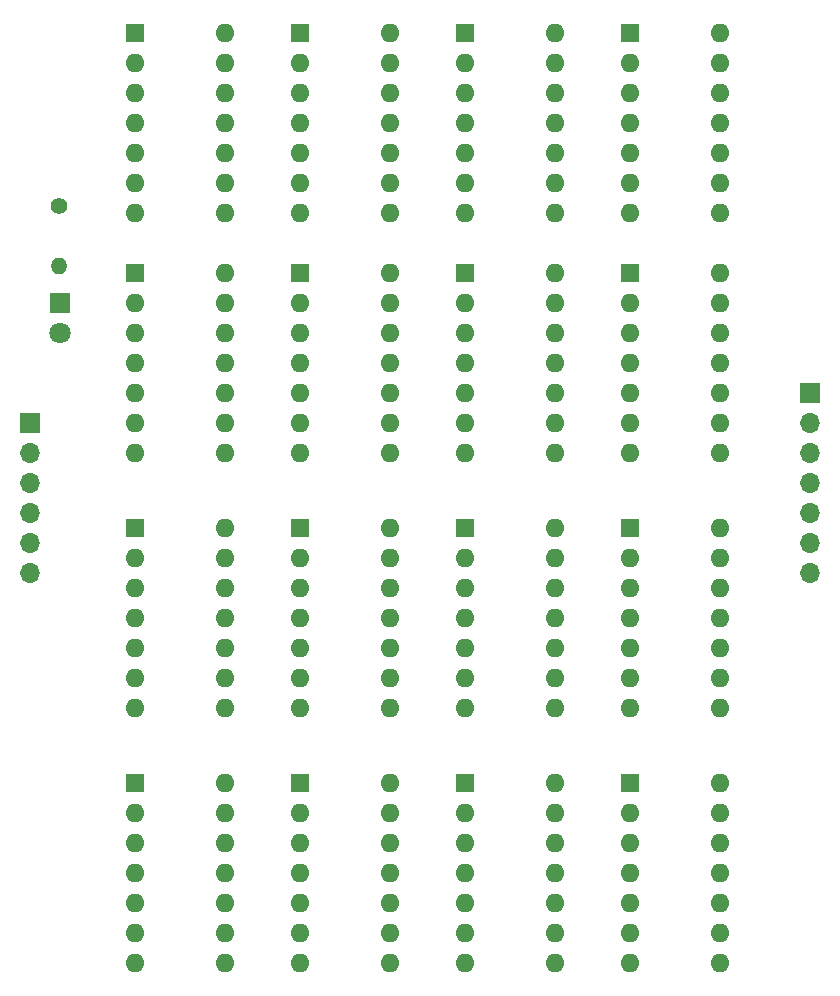
<source format=gbs>
%TF.GenerationSoftware,KiCad,Pcbnew,(6.0.9)*%
%TF.CreationDate,2025-05-26T15:32:57-04:00*%
%TF.ProjectId,Seven Segment Display,53657665-6e20-4536-9567-6d656e742044,1*%
%TF.SameCoordinates,Original*%
%TF.FileFunction,Soldermask,Bot*%
%TF.FilePolarity,Negative*%
%FSLAX46Y46*%
G04 Gerber Fmt 4.6, Leading zero omitted, Abs format (unit mm)*
G04 Created by KiCad (PCBNEW (6.0.9)) date 2025-05-26 15:32:57*
%MOMM*%
%LPD*%
G01*
G04 APERTURE LIST*
%ADD10R,1.600000X1.600000*%
%ADD11O,1.600000X1.600000*%
%ADD12C,1.400000*%
%ADD13O,1.400000X1.400000*%
%ADD14R,1.800000X1.800000*%
%ADD15C,1.800000*%
%ADD16R,1.700000X1.700000*%
%ADD17O,1.700000X1.700000*%
G04 APERTURE END LIST*
D10*
%TO.C,U19*%
X76210000Y-88895000D03*
D11*
X76210000Y-91435000D03*
X76210000Y-93975000D03*
X76210000Y-96515000D03*
X76210000Y-99055000D03*
X76210000Y-101595000D03*
X76210000Y-104135000D03*
X83830000Y-104135000D03*
X83830000Y-101595000D03*
X83830000Y-99055000D03*
X83830000Y-96515000D03*
X83830000Y-93975000D03*
X83830000Y-91435000D03*
X83830000Y-88895000D03*
%TD*%
D10*
%TO.C,U18*%
X104150000Y-110485000D03*
D11*
X104150000Y-113025000D03*
X104150000Y-115565000D03*
X104150000Y-118105000D03*
X104150000Y-120645000D03*
X104150000Y-123185000D03*
X104150000Y-125725000D03*
X111770000Y-125725000D03*
X111770000Y-123185000D03*
X111770000Y-120645000D03*
X111770000Y-118105000D03*
X111770000Y-115565000D03*
X111770000Y-113025000D03*
X111770000Y-110485000D03*
%TD*%
D10*
%TO.C,U17*%
X90180000Y-67305000D03*
D11*
X90180000Y-69845000D03*
X90180000Y-72385000D03*
X90180000Y-74925000D03*
X90180000Y-77465000D03*
X90180000Y-80005000D03*
X90180000Y-82545000D03*
X97800000Y-82545000D03*
X97800000Y-80005000D03*
X97800000Y-77465000D03*
X97800000Y-74925000D03*
X97800000Y-72385000D03*
X97800000Y-69845000D03*
X97800000Y-67305000D03*
%TD*%
D10*
%TO.C,U16*%
X104150000Y-88895000D03*
D11*
X104150000Y-91435000D03*
X104150000Y-93975000D03*
X104150000Y-96515000D03*
X104150000Y-99055000D03*
X104150000Y-101595000D03*
X104150000Y-104135000D03*
X111770000Y-104135000D03*
X111770000Y-101595000D03*
X111770000Y-99055000D03*
X111770000Y-96515000D03*
X111770000Y-93975000D03*
X111770000Y-91435000D03*
X111770000Y-88895000D03*
%TD*%
D10*
%TO.C,U15*%
X104150000Y-67305000D03*
D11*
X104150000Y-69845000D03*
X104150000Y-72385000D03*
X104150000Y-74925000D03*
X104150000Y-77465000D03*
X104150000Y-80005000D03*
X104150000Y-82545000D03*
X111770000Y-82545000D03*
X111770000Y-80005000D03*
X111770000Y-77465000D03*
X111770000Y-74925000D03*
X111770000Y-72385000D03*
X111770000Y-69845000D03*
X111770000Y-67305000D03*
%TD*%
D10*
%TO.C,U14*%
X76210000Y-67305000D03*
D11*
X76210000Y-69845000D03*
X76210000Y-72385000D03*
X76210000Y-74925000D03*
X76210000Y-77465000D03*
X76210000Y-80005000D03*
X76210000Y-82545000D03*
X83830000Y-82545000D03*
X83830000Y-80005000D03*
X83830000Y-77465000D03*
X83830000Y-74925000D03*
X83830000Y-72385000D03*
X83830000Y-69845000D03*
X83830000Y-67305000D03*
%TD*%
D10*
%TO.C,U13*%
X62240000Y-67305000D03*
D11*
X62240000Y-69845000D03*
X62240000Y-72385000D03*
X62240000Y-74925000D03*
X62240000Y-77465000D03*
X62240000Y-80005000D03*
X62240000Y-82545000D03*
X69860000Y-82545000D03*
X69860000Y-80005000D03*
X69860000Y-77465000D03*
X69860000Y-74925000D03*
X69860000Y-72385000D03*
X69860000Y-69845000D03*
X69860000Y-67305000D03*
%TD*%
D10*
%TO.C,U12*%
X62240000Y-88895000D03*
D11*
X62240000Y-91435000D03*
X62240000Y-93975000D03*
X62240000Y-96515000D03*
X62240000Y-99055000D03*
X62240000Y-101595000D03*
X62240000Y-104135000D03*
X69860000Y-104135000D03*
X69860000Y-101595000D03*
X69860000Y-99055000D03*
X69860000Y-96515000D03*
X69860000Y-93975000D03*
X69860000Y-91435000D03*
X69860000Y-88895000D03*
%TD*%
D10*
%TO.C,U11*%
X90180000Y-110485000D03*
D11*
X90180000Y-113025000D03*
X90180000Y-115565000D03*
X90180000Y-118105000D03*
X90180000Y-120645000D03*
X90180000Y-123185000D03*
X90180000Y-125725000D03*
X97800000Y-125725000D03*
X97800000Y-123185000D03*
X97800000Y-120645000D03*
X97800000Y-118105000D03*
X97800000Y-115565000D03*
X97800000Y-113025000D03*
X97800000Y-110485000D03*
%TD*%
D10*
%TO.C,U10*%
X76210000Y-110485000D03*
D11*
X76210000Y-113025000D03*
X76210000Y-115565000D03*
X76210000Y-118105000D03*
X76210000Y-120645000D03*
X76210000Y-123185000D03*
X76210000Y-125725000D03*
X83830000Y-125725000D03*
X83830000Y-123185000D03*
X83830000Y-120645000D03*
X83830000Y-118105000D03*
X83830000Y-115565000D03*
X83830000Y-113025000D03*
X83830000Y-110485000D03*
%TD*%
D10*
%TO.C,U9*%
X62240000Y-110485000D03*
D11*
X62240000Y-113025000D03*
X62240000Y-115565000D03*
X62240000Y-118105000D03*
X62240000Y-120645000D03*
X62240000Y-123185000D03*
X62240000Y-125725000D03*
X69860000Y-125725000D03*
X69860000Y-123185000D03*
X69860000Y-120645000D03*
X69860000Y-118105000D03*
X69860000Y-115565000D03*
X69860000Y-113025000D03*
X69860000Y-110485000D03*
%TD*%
D10*
%TO.C,U8*%
X90180000Y-88895000D03*
D11*
X90180000Y-91435000D03*
X90180000Y-93975000D03*
X90180000Y-96515000D03*
X90180000Y-99055000D03*
X90180000Y-101595000D03*
X90180000Y-104135000D03*
X97800000Y-104135000D03*
X97800000Y-101595000D03*
X97800000Y-99055000D03*
X97800000Y-96515000D03*
X97800000Y-93975000D03*
X97800000Y-91435000D03*
X97800000Y-88895000D03*
%TD*%
D10*
%TO.C,U7*%
X104140000Y-46985000D03*
D11*
X104140000Y-49525000D03*
X104140000Y-52065000D03*
X104140000Y-54605000D03*
X104140000Y-57145000D03*
X104140000Y-59685000D03*
X104140000Y-62225000D03*
X111760000Y-62225000D03*
X111760000Y-59685000D03*
X111760000Y-57145000D03*
X111760000Y-54605000D03*
X111760000Y-52065000D03*
X111760000Y-49525000D03*
X111760000Y-46985000D03*
%TD*%
D10*
%TO.C,U6*%
X76210000Y-46985000D03*
D11*
X76210000Y-49525000D03*
X76210000Y-52065000D03*
X76210000Y-54605000D03*
X76210000Y-57145000D03*
X76210000Y-59685000D03*
X76210000Y-62225000D03*
X83830000Y-62225000D03*
X83830000Y-59685000D03*
X83830000Y-57145000D03*
X83830000Y-54605000D03*
X83830000Y-52065000D03*
X83830000Y-49525000D03*
X83830000Y-46985000D03*
%TD*%
D10*
%TO.C,U1*%
X90180000Y-46985000D03*
D11*
X90180000Y-49525000D03*
X90180000Y-52065000D03*
X90180000Y-54605000D03*
X90180000Y-57145000D03*
X90180000Y-59685000D03*
X90180000Y-62225000D03*
X97800000Y-62225000D03*
X97800000Y-59685000D03*
X97800000Y-57145000D03*
X97800000Y-54605000D03*
X97800000Y-52065000D03*
X97800000Y-49525000D03*
X97800000Y-46985000D03*
%TD*%
D10*
%TO.C,U5*%
X62240000Y-46985000D03*
D11*
X62240000Y-49525000D03*
X62240000Y-52065000D03*
X62240000Y-54605000D03*
X62240000Y-57145000D03*
X62240000Y-59685000D03*
X62240000Y-62225000D03*
X69860000Y-62225000D03*
X69860000Y-59685000D03*
X69860000Y-57145000D03*
X69860000Y-54605000D03*
X69860000Y-52065000D03*
X69860000Y-49525000D03*
X69860000Y-46985000D03*
%TD*%
D12*
%TO.C,R1*%
X55810000Y-61620000D03*
D13*
X55810000Y-66700000D03*
%TD*%
D14*
%TO.C,D1*%
X55880000Y-69850000D03*
D15*
X55880000Y-72390000D03*
%TD*%
D16*
%TO.C,J1*%
X53340000Y-80010000D03*
D17*
X53340000Y-82550000D03*
X53340000Y-85090000D03*
X53340000Y-87630000D03*
X53340000Y-90170000D03*
X53340000Y-92710000D03*
%TD*%
%TO.C,J2*%
X119380000Y-92705000D03*
X119380000Y-90165000D03*
X119380000Y-87625000D03*
X119380000Y-85085000D03*
X119380000Y-82545000D03*
X119380000Y-80005000D03*
D16*
X119380000Y-77465000D03*
%TD*%
M02*

</source>
